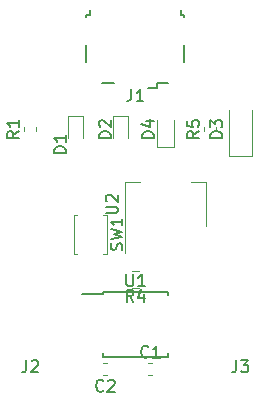
<source format=gto>
%TF.GenerationSoftware,KiCad,Pcbnew,(5.1.6)-1*%
%TF.CreationDate,2020-11-18T13:32:08+05:30*%
%TF.ProjectId,ATTiny85 Development Board,41545469-6e79-4383-9520-446576656c6f,rev?*%
%TF.SameCoordinates,Original*%
%TF.FileFunction,Legend,Top*%
%TF.FilePolarity,Positive*%
%FSLAX46Y46*%
G04 Gerber Fmt 4.6, Leading zero omitted, Abs format (unit mm)*
G04 Created by KiCad (PCBNEW (5.1.6)-1) date 2020-11-18 13:32:08*
%MOMM*%
%LPD*%
G01*
G04 APERTURE LIST*
%ADD10C,0.120000*%
%ADD11C,0.150000*%
G04 APERTURE END LIST*
D10*
%TO.C,SW1*%
X132250000Y-117730000D02*
X131950000Y-117730000D01*
X131950000Y-117730000D02*
X131950000Y-121030000D01*
X131950000Y-121030000D02*
X132250000Y-121030000D01*
X134450000Y-117730000D02*
X134750000Y-117730000D01*
X134750000Y-117730000D02*
X134750000Y-121030000D01*
X134750000Y-121030000D02*
X134450000Y-121030000D01*
D11*
%TO.C,J1*%
X135360000Y-106540000D02*
X134360000Y-106540000D01*
X138960000Y-106540000D02*
X139960000Y-106540000D01*
X138960000Y-106965000D02*
X138960000Y-106540000D01*
X138235000Y-106965000D02*
X138960000Y-106965000D01*
X133010000Y-103390000D02*
X133010000Y-104790000D01*
X133010000Y-100840000D02*
X133010000Y-100990000D01*
X133310000Y-100840000D02*
X133010000Y-100840000D01*
X133310000Y-100390000D02*
X133310000Y-100840000D01*
X141010000Y-100840000D02*
X141010000Y-100390000D01*
X141310000Y-100840000D02*
X141010000Y-100840000D01*
X141310000Y-100990000D02*
X141310000Y-100840000D01*
X141310000Y-104790000D02*
X141310000Y-103390000D01*
D10*
%TO.C,U2*%
X136290000Y-120940000D02*
X136290000Y-114930000D01*
X143110000Y-118690000D02*
X143110000Y-114930000D01*
X136290000Y-114930000D02*
X137550000Y-114930000D01*
X143110000Y-114930000D02*
X141850000Y-114930000D01*
%TO.C,R4*%
X137421252Y-122480000D02*
X136898748Y-122480000D01*
X137421252Y-123900000D02*
X136898748Y-123900000D01*
%TO.C,C1*%
X138267221Y-130300000D02*
X138592779Y-130300000D01*
X138267221Y-131320000D02*
X138592779Y-131320000D01*
%TO.C,C2*%
X134782779Y-130300000D02*
X134457221Y-130300000D01*
X134782779Y-131320000D02*
X134457221Y-131320000D01*
%TO.C,D1*%
X132680000Y-109340000D02*
X131480000Y-109340000D01*
X132680000Y-111190000D02*
X132680000Y-109340000D01*
X131480000Y-111190000D02*
X131480000Y-109340000D01*
%TO.C,D2*%
X135290000Y-111190000D02*
X135290000Y-109340000D01*
X136490000Y-111190000D02*
X136490000Y-109340000D01*
X136490000Y-109340000D02*
X135290000Y-109340000D01*
%TO.C,D3*%
X145050000Y-112740000D02*
X145050000Y-108840000D01*
X147050000Y-112740000D02*
X147050000Y-108840000D01*
X145050000Y-112740000D02*
X147050000Y-112740000D01*
%TO.C,D4*%
X140435000Y-111975000D02*
X140435000Y-109690000D01*
X138965000Y-111975000D02*
X140435000Y-111975000D01*
X138965000Y-109690000D02*
X138965000Y-111975000D01*
%TO.C,R1*%
X128780000Y-110652779D02*
X128780000Y-110327221D01*
X127760000Y-110652779D02*
X127760000Y-110327221D01*
%TO.C,R5*%
X143000000Y-110652779D02*
X143000000Y-110327221D01*
X144020000Y-110652779D02*
X144020000Y-110327221D01*
D11*
%TO.C,U1*%
X134410000Y-124450000D02*
X132660000Y-124450000D01*
X134410000Y-129755000D02*
X139910000Y-129755000D01*
X134410000Y-124245000D02*
X139910000Y-124245000D01*
X134410000Y-129755000D02*
X134410000Y-129455000D01*
X139910000Y-129755000D02*
X139910000Y-129455000D01*
X139910000Y-124245000D02*
X139910000Y-124545000D01*
X134410000Y-124245000D02*
X134410000Y-124450000D01*
%TO.C,SW1*%
X136004761Y-120713333D02*
X136052380Y-120570476D01*
X136052380Y-120332380D01*
X136004761Y-120237142D01*
X135957142Y-120189523D01*
X135861904Y-120141904D01*
X135766666Y-120141904D01*
X135671428Y-120189523D01*
X135623809Y-120237142D01*
X135576190Y-120332380D01*
X135528571Y-120522857D01*
X135480952Y-120618095D01*
X135433333Y-120665714D01*
X135338095Y-120713333D01*
X135242857Y-120713333D01*
X135147619Y-120665714D01*
X135100000Y-120618095D01*
X135052380Y-120522857D01*
X135052380Y-120284761D01*
X135100000Y-120141904D01*
X135052380Y-119808571D02*
X136052380Y-119570476D01*
X135338095Y-119380000D01*
X136052380Y-119189523D01*
X135052380Y-118951428D01*
X136052380Y-118046666D02*
X136052380Y-118618095D01*
X136052380Y-118332380D02*
X135052380Y-118332380D01*
X135195238Y-118427619D01*
X135290476Y-118522857D01*
X135338095Y-118618095D01*
%TO.C,J3*%
X145716666Y-130052380D02*
X145716666Y-130766666D01*
X145669047Y-130909523D01*
X145573809Y-131004761D01*
X145430952Y-131052380D01*
X145335714Y-131052380D01*
X146097619Y-130052380D02*
X146716666Y-130052380D01*
X146383333Y-130433333D01*
X146526190Y-130433333D01*
X146621428Y-130480952D01*
X146669047Y-130528571D01*
X146716666Y-130623809D01*
X146716666Y-130861904D01*
X146669047Y-130957142D01*
X146621428Y-131004761D01*
X146526190Y-131052380D01*
X146240476Y-131052380D01*
X146145238Y-131004761D01*
X146097619Y-130957142D01*
%TO.C,J1*%
X136826666Y-107092380D02*
X136826666Y-107806666D01*
X136779047Y-107949523D01*
X136683809Y-108044761D01*
X136540952Y-108092380D01*
X136445714Y-108092380D01*
X137826666Y-108092380D02*
X137255238Y-108092380D01*
X137540952Y-108092380D02*
X137540952Y-107092380D01*
X137445714Y-107235238D01*
X137350476Y-107330476D01*
X137255238Y-107378095D01*
%TO.C,U2*%
X134652380Y-117601904D02*
X135461904Y-117601904D01*
X135557142Y-117554285D01*
X135604761Y-117506666D01*
X135652380Y-117411428D01*
X135652380Y-117220952D01*
X135604761Y-117125714D01*
X135557142Y-117078095D01*
X135461904Y-117030476D01*
X134652380Y-117030476D01*
X134747619Y-116601904D02*
X134700000Y-116554285D01*
X134652380Y-116459047D01*
X134652380Y-116220952D01*
X134700000Y-116125714D01*
X134747619Y-116078095D01*
X134842857Y-116030476D01*
X134938095Y-116030476D01*
X135080952Y-116078095D01*
X135652380Y-116649523D01*
X135652380Y-116030476D01*
%TO.C,R4*%
X136993333Y-125072380D02*
X136660000Y-124596190D01*
X136421904Y-125072380D02*
X136421904Y-124072380D01*
X136802857Y-124072380D01*
X136898095Y-124120000D01*
X136945714Y-124167619D01*
X136993333Y-124262857D01*
X136993333Y-124405714D01*
X136945714Y-124500952D01*
X136898095Y-124548571D01*
X136802857Y-124596190D01*
X136421904Y-124596190D01*
X137850476Y-124405714D02*
X137850476Y-125072380D01*
X137612380Y-124024761D02*
X137374285Y-124739047D01*
X137993333Y-124739047D01*
%TO.C,C1*%
X138263333Y-129737142D02*
X138215714Y-129784761D01*
X138072857Y-129832380D01*
X137977619Y-129832380D01*
X137834761Y-129784761D01*
X137739523Y-129689523D01*
X137691904Y-129594285D01*
X137644285Y-129403809D01*
X137644285Y-129260952D01*
X137691904Y-129070476D01*
X137739523Y-128975238D01*
X137834761Y-128880000D01*
X137977619Y-128832380D01*
X138072857Y-128832380D01*
X138215714Y-128880000D01*
X138263333Y-128927619D01*
X139215714Y-129832380D02*
X138644285Y-129832380D01*
X138930000Y-129832380D02*
X138930000Y-128832380D01*
X138834761Y-128975238D01*
X138739523Y-129070476D01*
X138644285Y-129118095D01*
%TO.C,C2*%
X134453333Y-132597142D02*
X134405714Y-132644761D01*
X134262857Y-132692380D01*
X134167619Y-132692380D01*
X134024761Y-132644761D01*
X133929523Y-132549523D01*
X133881904Y-132454285D01*
X133834285Y-132263809D01*
X133834285Y-132120952D01*
X133881904Y-131930476D01*
X133929523Y-131835238D01*
X134024761Y-131740000D01*
X134167619Y-131692380D01*
X134262857Y-131692380D01*
X134405714Y-131740000D01*
X134453333Y-131787619D01*
X134834285Y-131787619D02*
X134881904Y-131740000D01*
X134977142Y-131692380D01*
X135215238Y-131692380D01*
X135310476Y-131740000D01*
X135358095Y-131787619D01*
X135405714Y-131882857D01*
X135405714Y-131978095D01*
X135358095Y-132120952D01*
X134786666Y-132692380D01*
X135405714Y-132692380D01*
%TO.C,D1*%
X131262380Y-112498095D02*
X130262380Y-112498095D01*
X130262380Y-112260000D01*
X130310000Y-112117142D01*
X130405238Y-112021904D01*
X130500476Y-111974285D01*
X130690952Y-111926666D01*
X130833809Y-111926666D01*
X131024285Y-111974285D01*
X131119523Y-112021904D01*
X131214761Y-112117142D01*
X131262380Y-112260000D01*
X131262380Y-112498095D01*
X131262380Y-110974285D02*
X131262380Y-111545714D01*
X131262380Y-111260000D02*
X130262380Y-111260000D01*
X130405238Y-111355238D01*
X130500476Y-111450476D01*
X130548095Y-111545714D01*
%TO.C,D2*%
X135072380Y-111228095D02*
X134072380Y-111228095D01*
X134072380Y-110990000D01*
X134120000Y-110847142D01*
X134215238Y-110751904D01*
X134310476Y-110704285D01*
X134500952Y-110656666D01*
X134643809Y-110656666D01*
X134834285Y-110704285D01*
X134929523Y-110751904D01*
X135024761Y-110847142D01*
X135072380Y-110990000D01*
X135072380Y-111228095D01*
X134167619Y-110275714D02*
X134120000Y-110228095D01*
X134072380Y-110132857D01*
X134072380Y-109894761D01*
X134120000Y-109799523D01*
X134167619Y-109751904D01*
X134262857Y-109704285D01*
X134358095Y-109704285D01*
X134500952Y-109751904D01*
X135072380Y-110323333D01*
X135072380Y-109704285D01*
%TO.C,D3*%
X144502380Y-111228095D02*
X143502380Y-111228095D01*
X143502380Y-110990000D01*
X143550000Y-110847142D01*
X143645238Y-110751904D01*
X143740476Y-110704285D01*
X143930952Y-110656666D01*
X144073809Y-110656666D01*
X144264285Y-110704285D01*
X144359523Y-110751904D01*
X144454761Y-110847142D01*
X144502380Y-110990000D01*
X144502380Y-111228095D01*
X143502380Y-110323333D02*
X143502380Y-109704285D01*
X143883333Y-110037619D01*
X143883333Y-109894761D01*
X143930952Y-109799523D01*
X143978571Y-109751904D01*
X144073809Y-109704285D01*
X144311904Y-109704285D01*
X144407142Y-109751904D01*
X144454761Y-109799523D01*
X144502380Y-109894761D01*
X144502380Y-110180476D01*
X144454761Y-110275714D01*
X144407142Y-110323333D01*
%TO.C,D4*%
X138722380Y-111228095D02*
X137722380Y-111228095D01*
X137722380Y-110990000D01*
X137770000Y-110847142D01*
X137865238Y-110751904D01*
X137960476Y-110704285D01*
X138150952Y-110656666D01*
X138293809Y-110656666D01*
X138484285Y-110704285D01*
X138579523Y-110751904D01*
X138674761Y-110847142D01*
X138722380Y-110990000D01*
X138722380Y-111228095D01*
X138055714Y-109799523D02*
X138722380Y-109799523D01*
X137674761Y-110037619D02*
X138389047Y-110275714D01*
X138389047Y-109656666D01*
%TO.C,J2*%
X127936666Y-130052380D02*
X127936666Y-130766666D01*
X127889047Y-130909523D01*
X127793809Y-131004761D01*
X127650952Y-131052380D01*
X127555714Y-131052380D01*
X128365238Y-130147619D02*
X128412857Y-130100000D01*
X128508095Y-130052380D01*
X128746190Y-130052380D01*
X128841428Y-130100000D01*
X128889047Y-130147619D01*
X128936666Y-130242857D01*
X128936666Y-130338095D01*
X128889047Y-130480952D01*
X128317619Y-131052380D01*
X128936666Y-131052380D01*
%TO.C,R1*%
X127292380Y-110656666D02*
X126816190Y-110990000D01*
X127292380Y-111228095D02*
X126292380Y-111228095D01*
X126292380Y-110847142D01*
X126340000Y-110751904D01*
X126387619Y-110704285D01*
X126482857Y-110656666D01*
X126625714Y-110656666D01*
X126720952Y-110704285D01*
X126768571Y-110751904D01*
X126816190Y-110847142D01*
X126816190Y-111228095D01*
X127292380Y-109704285D02*
X127292380Y-110275714D01*
X127292380Y-109990000D02*
X126292380Y-109990000D01*
X126435238Y-110085238D01*
X126530476Y-110180476D01*
X126578095Y-110275714D01*
%TO.C,R5*%
X142532380Y-110656666D02*
X142056190Y-110990000D01*
X142532380Y-111228095D02*
X141532380Y-111228095D01*
X141532380Y-110847142D01*
X141580000Y-110751904D01*
X141627619Y-110704285D01*
X141722857Y-110656666D01*
X141865714Y-110656666D01*
X141960952Y-110704285D01*
X142008571Y-110751904D01*
X142056190Y-110847142D01*
X142056190Y-111228095D01*
X141532380Y-109751904D02*
X141532380Y-110228095D01*
X142008571Y-110275714D01*
X141960952Y-110228095D01*
X141913333Y-110132857D01*
X141913333Y-109894761D01*
X141960952Y-109799523D01*
X142008571Y-109751904D01*
X142103809Y-109704285D01*
X142341904Y-109704285D01*
X142437142Y-109751904D01*
X142484761Y-109799523D01*
X142532380Y-109894761D01*
X142532380Y-110132857D01*
X142484761Y-110228095D01*
X142437142Y-110275714D01*
%TO.C,U1*%
X136398095Y-122772380D02*
X136398095Y-123581904D01*
X136445714Y-123677142D01*
X136493333Y-123724761D01*
X136588571Y-123772380D01*
X136779047Y-123772380D01*
X136874285Y-123724761D01*
X136921904Y-123677142D01*
X136969523Y-123581904D01*
X136969523Y-122772380D01*
X137969523Y-123772380D02*
X137398095Y-123772380D01*
X137683809Y-123772380D02*
X137683809Y-122772380D01*
X137588571Y-122915238D01*
X137493333Y-123010476D01*
X137398095Y-123058095D01*
%TD*%
M02*

</source>
